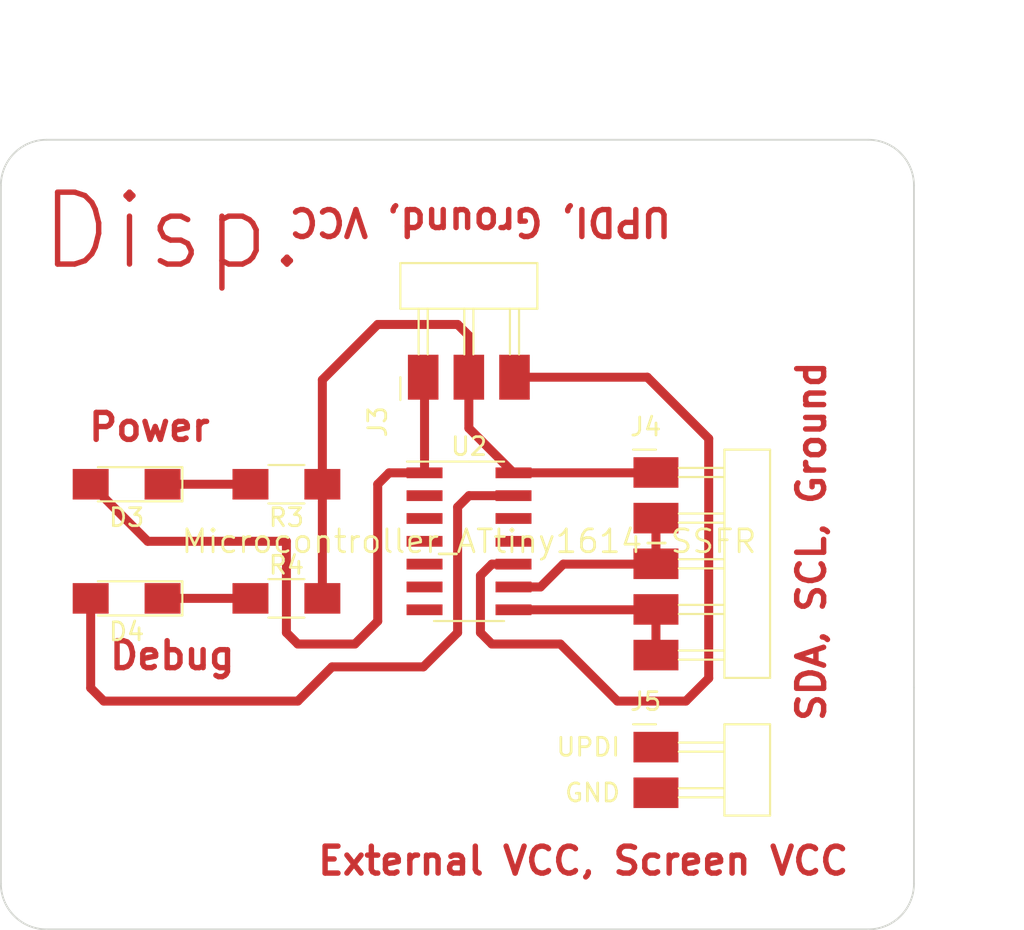
<source format=kicad_pcb>
(kicad_pcb (version 20211014) (generator pcbnew)
  (layers (0 "F.Cu" signal) (31 "B.Cu" signal) (34 "B.Paste" user) (35 "F.Paste" user) (36 "B.SilkS" user "B.Silkscreen") (37 "F.SilkS" user "F.Silkscreen") (38 "B.Mask" user) (39 "F.Mask" user) (44 "Edge.Cuts" user))
  (net 0 "")
  (net 1 "Net-(D3-Pad2)")
  (net 2 "Net-(D3-Pad1)")
  (net 3 "Net-(D4-Pad2)")
  (net 4 "Net-(D4-Pad1)")
  (net 5 "Net-(J3-Pad2)")
  (net 6 "Net-(J3-Pad3)")
  (net 15 "Net-(J4-Pad2)")
  (net 16 "Net-(J4-Pad4)")
  (footprint "fab:R_1206" (layer "F.Cu") (at 125.73 100.965 180)
    (fp_text reference "R3" (at 0 -1.85) (layer "F.SilkS"))
    (fp_text value "R")
    (fp_line (start 1 1.07) (end -1 1.07) (layer "F.SilkS") (width 0.12))
    (fp_line (start -1 -1.07) (end 1 -1.07) (layer "F.SilkS") (width 0.12))
    (pad "1" smd rect locked (at -2 0 180) (size 2 1.7) (layers "F.Cu" "F.Paste" "F.Mask") (net 5 "Net-(J3-Pad2)"))
    (pad "2" smd rect locked (at 2 0 180) (size 2 1.7) (layers "F.Cu" "F.Paste" "F.Mask") (net 2 "Net-(D3-Pad1)"))
  )
  (footprint "fab:PinHeader_1x05_P2.54mm_Horizontal_SMD" (layer "F.Cu") (at 146.29 100.31)
    (fp_text reference "J4" (at -1.524 -2.54 180) (layer "F.SilkS") (effects (justify left)))
    (fp_text value "Conn_PinHeader_1x05_P2.54mm_Horizontal_SMD")
    (fp_line (start 3.81 7.366) (end 1.27 7.366) (layer "F.SilkS") (width 0.12))
    (fp_line (start 3.81 9.906) (end 1.27 9.906) (layer "F.SilkS") (width 0.12))
    (fp_line (start 3.81 0.254) (end 1.27 0.254) (layer "F.SilkS") (width 0.12))
    (fp_line (start 3.81 10.414) (end 1.27 10.414) (layer "F.SilkS") (width 0.12))
    (fp_line (start 6.35 -1.27) (end 6.35 11.43) (layer "F.SilkS") (width 0.12))
    (fp_line (start 3.81 -1.27) (end 6.35 -1.27) (layer "F.SilkS") (width 0.12))
    (fp_line (start 3.81 4.826) (end 1.27 4.826) (layer "F.SilkS") (width 0.12))
    (fp_line (start 3.81 -0.254) (end 1.27 -0.254) (layer "F.SilkS") (width 0.12))
    (fp_line (start 3.81 7.874) (end 1.27 7.874) (layer "F.SilkS") (width 0.12))
    (fp_line (start -1.27 -1.27) (end 0 -1.27) (layer "F.SilkS") (width 0.12))
    (fp_line (start 6.35 11.43) (end 3.81 11.43) (layer "F.SilkS") (width 0.12))
    (fp_line (start 3.81 5.334) (end 1.27 5.334) (layer "F.SilkS") (width 0.12))
    (fp_line (start 3.81 2.794) (end 1.27 2.794) (layer "F.SilkS") (width 0.12))
    (fp_line (start 3.81 2.286) (end 1.27 2.286) (layer "F.SilkS") (width 0.12))
    (fp_line (start 3.81 11.43) (end 3.81 -1.27) (layer "F.SilkS") (width 0.12))
    (pad "1" smd rect locked (at 0 0) (size 2.5 1.7) (layers "F.Cu" "F.Paste" "F.Mask") (net 5 "Net-(J3-Pad2)"))
    (pad "2" smd rect locked (at 0 2.54) (size 2.5 1.7) (layers "F.Cu" "F.Paste" "F.Mask") (net 15 "Net-(J4-Pad2)"))
    (pad "3" smd rect locked (at 0 5.08) (size 2.5 1.7) (layers "F.Cu" "F.Paste" "F.Mask") (net 15 "Net-(J4-Pad2)"))
    (pad "4" smd rect locked (at 0 7.62) (size 2.5 1.7) (layers "F.Cu" "F.Paste" "F.Mask") (net 16 "Net-(J4-Pad4)"))
    (pad "5" smd rect locked (at 0 10.16) (size 2.5 1.7) (layers "F.Cu" "F.Paste" "F.Mask") (net 16 "Net-(J4-Pad4)"))
  )
  (footprint "fab:R_1206" (layer "F.Cu") (at 125.73 107.315)
    (fp_text reference "R4" (at 0 -1.85) (layer "F.SilkS"))
    (fp_text value "R")
    (fp_line (start -1 -1.07) (end 1 -1.07) (layer "F.SilkS") (width 0.12))
    (fp_line (start 1 1.07) (end -1 1.07) (layer "F.SilkS") (width 0.12))
    (pad "1" smd rect locked (at -2 0) (size 2 1.7) (layers "F.Cu" "F.Paste" "F.Mask") (net 4 "Net-(D4-Pad1)"))
    (pad "2" smd rect locked (at 2 0) (size 2 1.7) (layers "F.Cu" "F.Paste" "F.Mask") (net 5 "Net-(J3-Pad2)"))
  )
  (footprint "fab:LED_1206" (layer "F.Cu") (at 116.84 100.965 180)
    (fp_text reference "D3" (at 0 -1.85) (layer "F.SilkS"))
    (fp_text value "LED")
    (fp_line (start -3.1 0.95) (end 1.6 0.95) (layer "F.SilkS") (width 0.12))
    (fp_line (start -3.1 -0.95) (end -3.1 0.95) (layer "F.SilkS") (width 0.12))
    (fp_line (start -3.1 -0.95) (end 1.6 -0.95) (layer "F.SilkS") (width 0.12))
    (pad "1" smd rect locked (at -2 0 180) (size 2 1.7) (layers "F.Cu" "F.Paste" "F.Mask") (net 2 "Net-(D3-Pad1)"))
    (pad "2" smd rect locked (at 2 0 180) (size 2 1.7) (layers "F.Cu" "F.Paste" "F.Mask") (net 1 "Net-(D3-Pad2)"))
  )
  (footprint "fab:LED_1206" (layer "F.Cu") (at 116.84 107.315 180)
    (fp_text reference "D4" (at 0 -1.85) (layer "F.SilkS"))
    (fp_text value "LED")
    (fp_line (start -3.1 0.95) (end 1.6 0.95) (layer "F.SilkS") (width 0.12))
    (fp_line (start -3.1 -0.95) (end 1.6 -0.95) (layer "F.SilkS") (width 0.12))
    (fp_line (start -3.1 -0.95) (end -3.1 0.95) (layer "F.SilkS") (width 0.12))
    (pad "1" smd rect locked (at -2 0 180) (size 2 1.7) (layers "F.Cu" "F.Paste" "F.Mask") (net 4 "Net-(D4-Pad1)"))
    (pad "2" smd rect locked (at 2 0 180) (size 2 1.7) (layers "F.Cu" "F.Paste" "F.Mask") (net 3 "Net-(D4-Pad2)"))
  )
  (footprint "fab:PinHeader_1x03_P2.54mm_Horizontal_SMD" (layer "F.Cu") (at 133.34 95.01 90)
    (fp_text reference "J3" (at -1.524 -2.54 90) (layer "F.SilkS") (effects (justify right)))
    (fp_text value "Conn_PinHeader_1x03_P2.54mm_Horizontal_SMD")
    (fp_line (start 3.81 6.35) (end 3.81 -1.27) (layer "F.SilkS") (width 0.12))
    (fp_line (start -1.27 -1.27) (end 0 -1.27) (layer "F.SilkS") (width 0.12))
    (fp_line (start 3.81 0.254) (end 1.27 0.254) (layer "F.SilkS") (width 0.12))
    (fp_line (start 3.81 4.826) (end 1.27 4.826) (layer "F.SilkS") (width 0.12))
    (fp_line (start 3.81 -0.254) (end 1.27 -0.254) (layer "F.SilkS") (width 0.12))
    (fp_line (start 3.81 2.286) (end 1.27 2.286) (layer "F.SilkS") (width 0.12))
    (fp_line (start 6.35 6.35) (end 3.81 6.35) (layer "F.SilkS") (width 0.12))
    (fp_line (start 6.35 -1.27) (end 6.35 6.35) (layer "F.SilkS") (width 0.12))
    (fp_line (start 3.81 -1.27) (end 6.35 -1.27) (layer "F.SilkS") (width 0.12))
    (fp_line (start 3.81 5.334) (end 1.27 5.334) (layer "F.SilkS") (width 0.12))
    (fp_line (start 3.81 2.794) (end 1.27 2.794) (layer "F.SilkS") (width 0.12))
    (pad "1" smd rect locked (at 0 0 90) (size 2.5 1.7) (layers "F.Cu" "F.Paste" "F.Mask") (net 1 "Net-(D3-Pad2)"))
    (pad "2" smd rect locked (at 0 2.54 90) (size 2.5 1.7) (layers "F.Cu" "F.Paste" "F.Mask") (net 5 "Net-(J3-Pad2)"))
    (pad "3" smd rect locked (at 0 5.08 90) (size 2.5 1.7) (layers "F.Cu" "F.Paste" "F.Mask") (net 6 "Net-(J3-Pad3)"))
  )
  (footprint "fab:SOIC-14_3.9x8.7mm_P1.27mm" (layer "F.Cu") (at 135.89 104.14)
    (fp_text reference "U2" (at 0 -5.28) (layer "F.SilkS"))
    (fp_text value "Microcontroller_ATtiny1614-SSFR" (at 0 0) (layer "F.SilkS") (effects (font (size 1.27 1.27))))
    (fp_line (start 0 4.435) (end -1.95 4.435) (layer "F.SilkS") (width 0.12))
    (fp_line (start 0 -4.435) (end 1.95 -4.435) (layer "F.SilkS") (width 0.12))
    (fp_line (start 0 4.435) (end 1.95 4.435) (layer "F.SilkS") (width 0.12))
    (fp_line (start 0 -4.435) (end -3.45 -4.435) (layer "F.SilkS") (width 0.12))
    (pad "1" smd rect (at -2.475 -3.81) (size 2 0.6) (layers "F.Cu" "F.Paste" "F.Mask") (net 1 "Net-(D3-Pad2)"))
    (pad "2" smd rect (at -2.475 -2.54) (size 2 0.6) (layers "F.Cu" "F.Paste" "F.Mask"))
    (pad "3" smd rect (at -2.475 -1.27) (size 2 0.6) (layers "F.Cu" "F.Paste" "F.Mask"))
    (pad "4" smd rect (at -2.475 0) (size 2 0.6) (layers "F.Cu" "F.Paste" "F.Mask"))
    (pad "5" smd rect (at -2.475 1.27) (size 2 0.6) (layers "F.Cu" "F.Paste" "F.Mask"))
    (pad "6" smd rect (at -2.475 2.54) (size 2 0.6) (layers "F.Cu" "F.Paste" "F.Mask"))
    (pad "7" smd rect (at -2.475 3.81) (size 2 0.6) (layers "F.Cu" "F.Paste" "F.Mask"))
    (pad "8" smd rect (at 2.475 3.81) (size 2 0.6) (layers "F.Cu" "F.Paste" "F.Mask") (net 16 "Net-(J4-Pad4)"))
    (pad "9" smd rect (at 2.475 2.54) (size 2 0.6) (layers "F.Cu" "F.Paste" "F.Mask") (net 15 "Net-(J4-Pad2)"))
    (pad "10" smd rect (at 2.475 1.27) (size 2 0.6) (layers "F.Cu" "F.Paste" "F.Mask") (net 6 "Net-(J3-Pad3)"))
    (pad "11" smd rect (at 2.475 0) (size 2 0.6) (layers "F.Cu" "F.Paste" "F.Mask"))
    (pad "12" smd rect (at 2.475 -1.27) (size 2 0.6) (layers "F.Cu" "F.Paste" "F.Mask"))
    (pad "13" smd rect (at 2.475 -2.54) (size 2 0.6) (layers "F.Cu" "F.Paste" "F.Mask") (net 3 "Net-(D4-Pad2)"))
    (pad "14" smd rect (at 2.475 -3.81) (size 2 0.6) (layers "F.Cu" "F.Paste" "F.Mask") (net 5 "Net-(J3-Pad2)"))
  )
  (footprint "fab:PinHeader_UPDI_01x02_P2.54mm_Horizontal_SMD" (layer "F.Cu") (at 146.29 115.59)
    (fp_text reference "J5" (at -1.524 -2.54 180) (layer "F.SilkS") (effects (justify left)))
    (fp_text value "Conn_PinHeader_1x02_P2.54mm_Horizontal_SMD")
    (fp_text user "UPDI" (at -1.905 0) (layer "F.SilkS") (effects (justify right)))
    (fp_text user "GND" (at -1.905 2.54) (layer "F.SilkS") (effects (justify right)))
    (fp_line (start 6.35 3.81) (end 3.81 3.81) (layer "F.SilkS") (width 0.12))
    (fp_line (start 3.81 2.286) (end 1.27 2.286) (layer "F.SilkS") (width 0.12))
    (fp_line (start 3.81 -1.27) (end 6.35 -1.27) (layer "F.SilkS") (width 0.12))
    (fp_line (start 3.81 3.81) (end 3.81 -1.27) (layer "F.SilkS") (width 0.12))
    (fp_line (start -1.27 -1.27) (end 0 -1.27) (layer "F.SilkS") (width 0.12))
    (fp_line (start 3.81 0.254) (end 1.27 0.254) (layer "F.SilkS") (width 0.12))
    (fp_line (start 3.81 2.794) (end 1.27 2.794) (layer "F.SilkS") (width 0.12))
    (fp_line (start 6.35 -1.27) (end 6.35 3.81) (layer "F.SilkS") (width 0.12))
    (fp_line (start 3.81 -0.254) (end 1.27 -0.254) (layer "F.SilkS") (width 0.12))
    (pad "1" smd rect locked (at 0 0) (size 2.5 1.7) (layers "F.Cu" "F.Paste" "F.Mask"))
    (pad "2" smd rect locked (at 0 2.54) (size 2.5 1.7) (layers "F.Cu" "F.Paste" "F.Mask"))
  )
  (gr_line (start 109.845 123.19) (end 109.845 84.34) (layer "Edge.Cuts") (width 0.1))
  (gr_arc (start 160.645 123.19) (mid 159.901051 124.986051) (end 158.105 125.73) (layer "Edge.Cuts") (width 0.1))
  (gr_arc (start 109.845 84.34) (mid 110.588949 82.543949) (end 112.385 81.8) (layer "Edge.Cuts") (width 0.1))
  (gr_line (start 160.645 112.28) (end 160.645 123.19) (layer "Edge.Cuts") (width 0.1))
  (gr_line (start 112.385 81.8) (end 158.105 81.8) (layer "Edge.Cuts") (width 0.1))
  (gr_arc (start 112.385 125.73) (mid 110.588949 124.986051) (end 109.845 123.19) (layer "Edge.Cuts") (width 0.1))
  (gr_arc (start 158.105 81.8) (mid 159.901051 82.543949) (end 160.645 84.34) (layer "Edge.Cuts") (width 0.1))
  (gr_line (start 158.105 125.73) (end 112.385 125.73) (layer "Edge.Cuts") (width 0.1))
  (gr_line (start 160.645 84.34) (end 160.645 112.28) (layer "Edge.Cuts") (width 0.1))
  (gr_text "Power" (at 118.11 97.79) (layer "F.Cu") (effects (font (size 1.5 1.5) (thickness 0.3))))
  (gr_text "UPDI, Ground, VCC" (at 136.525 86.36 180) (layer "F.Cu") (effects (font (size 1.5 1.5) (thickness 0.3))))
  (gr_text "External VCC, Screen VCC" (at 142.24 121.92) (layer "F.Cu") (effects (font (size 1.5 1.5) (thickness 0.3))))
  (gr_text "Disp." (at 119.38 86.88) (layer "F.Cu") (effects (font (size 4 4) (thickness 0.3))))
  (gr_text "Debug" (at 119.38 110.49) (layer "F.Cu") (effects (font (size 1.5 1.5) (thickness 0.3))))
  (gr_text "SDA, SCL, Ground" (at 154.94 104.14 90) (layer "F.Cu") (effects (font (size 1.5 1.5) (thickness 0.3))))
  (segment (start 130.81 108.585) (end 130.81 100.965) (width 0.5) (layer "F.Cu") (net 1))
  (segment (start 114.84 100.965) (end 118.015 104.14) (width 0.5) (layer "F.Cu") (net 1))
  (segment (start 125.73 109.22) (end 126.365 109.855) (width 0.5) (layer "F.Cu") (net 1))
  (segment (start 125.73 104.14) (end 125.73 109.22) (width 0.5) (layer "F.Cu") (net 1))
  (segment (start 133.415 95.085) (end 133.34 95.01) (width 0.5) (layer "F.Cu") (net 1))
  (segment (start 126.365 109.855) (end 129.54 109.855) (width 0.5) (layer "F.Cu") (net 1))
  (segment (start 129.54 109.855) (end 130.81 108.585) (width 0.5) (layer "F.Cu") (net 1))
  (segment (start 131.445 100.33) (end 133.415 100.33) (width 0.5) (layer "F.Cu") (net 1))
  (segment (start 133.415 100.33) (end 133.415 95.085) (width 0.5) (layer "F.Cu") (net 1))
  (segment (start 130.81 100.965) (end 131.445 100.33) (width 0.5) (layer "F.Cu") (net 1))
  (segment (start 118.015 104.14) (end 125.73 104.14) (width 0.5) (layer "F.Cu") (net 1))
  (segment (start 118.84 100.965) (end 123.73 100.965) (width 0.5) (layer "F.Cu") (net 2))
  (segment (start 135.89 101.6) (end 138.365 101.6) (width 0.5) (layer "F.Cu") (net 3))
  (segment (start 135.255 102.235) (end 135.89 101.6) (width 0.5) (layer "F.Cu") (net 3))
  (segment (start 115.57 113.03) (end 126.365 113.03) (width 0.5) (layer "F.Cu") (net 3))
  (segment (start 126.365 113.03) (end 128.27 111.125) (width 0.5) (layer "F.Cu") (net 3))
  (segment (start 114.84 112.3) (end 115.57 113.03) (width 0.5) (layer "F.Cu") (net 3))
  (segment (start 133.35 111.125) (end 135.255 109.22) (width 0.5) (layer "F.Cu") (net 3))
  (segment (start 114.84 107.315) (end 114.84 112.3) (width 0.5) (layer "F.Cu") (net 3))
  (segment (start 128.27 111.125) (end 133.35 111.125) (width 0.5) (layer "F.Cu") (net 3))
  (segment (start 135.255 109.22) (end 135.255 102.235) (width 0.5) (layer "F.Cu") (net 3))
  (segment (start 118.84 107.315) (end 123.73 107.315) (width 0.5) (layer "F.Cu") (net 4))
  (segment (start 135.255 92.075) (end 135.89 92.71) (width 0.5) (layer "F.Cu") (net 5))
  (segment (start 127.73 107.315) (end 127.73 100.965) (width 0.5) (layer "F.Cu") (net 5))
  (segment (start 135.88 97.845) (end 138.365 100.33) (width 0.5) (layer "F.Cu") (net 5))
  (segment (start 127.73 95.155) (end 130.81 92.075) (width 0.5) (layer "F.Cu") (net 5))
  (segment (start 135.89 92.71) (end 135.88 92.72) (width 0.5) (layer "F.Cu") (net 5))
  (segment (start 135.88 92.72) (end 135.88 95.01) (width 0.5) (layer "F.Cu") (net 5))
  (segment (start 135.88 95.01) (end 135.88 97.845) (width 0.5) (layer "F.Cu") (net 5))
  (segment (start 130.81 92.075) (end 135.255 92.075) (width 0.5) (layer "F.Cu") (net 5))
  (segment (start 138.365 100.33) (end 146.29 100.33) (width 0.5) (layer "F.Cu") (net 5))
  (segment (start 127.73 100.965) (end 127.73 95.155) (width 0.5) (layer "F.Cu") (net 5))
  (segment (start 137.16 109.855) (end 136.525 109.22) (width 0.5) (layer "F.Cu") (net 6))
  (segment (start 136.525 109.22) (end 136.525 106.045) (width 0.5) (layer "F.Cu") (net 6))
  (segment (start 144.145 113.03) (end 140.97 109.855) (width 0.5) (layer "F.Cu") (net 6))
  (segment (start 147.955 113.03) (end 144.145 113.03) (width 0.5) (layer "F.Cu") (net 6))
  (segment (start 136.525 106.045) (end 137.16 105.41) (width 0.5) (layer "F.Cu") (net 6))
  (segment (start 138.42 95.01) (end 145.81 95.01) (width 0.5) (layer "F.Cu") (net 6))
  (segment (start 137.16 105.41) (end 138.365 105.41) (width 0.5) (layer "F.Cu") (net 6))
  (segment (start 149.225 111.76) (end 147.955 113.03) (width 0.5) (layer "F.Cu") (net 6))
  (segment (start 145.81 95.01) (end 149.225 98.425) (width 0.5) (layer "F.Cu") (net 6))
  (segment (start 149.225 98.425) (end 149.225 111.76) (width 0.5) (layer "F.Cu") (net 6))
  (segment (start 140.97 109.855) (end 137.16 109.855) (width 0.5) (layer "F.Cu") (net 6))
  (segment (start 141.135 105.41) (end 146.29 105.41) (width 0.5) (layer "F.Cu") (net 15))
  (segment (start 146.29 102.87) (end 146.29 105.41) (width 0.5) (layer "F.Cu") (net 15))
  (segment (start 139.865 106.68) (end 141.135 105.41) (width 0.5) (layer "F.Cu") (net 15))
  (segment (start 138.365 106.68) (end 139.865 106.68) (width 0.5) (layer "F.Cu") (net 15))
  (segment (start 146.29 107.95) (end 138.365 107.95) (width 0.5) (layer "F.Cu") (net 16))
  (segment (start 146.29 107.95) (end 146.29 110.49) (width 0.5) (layer "F.Cu") (net 16))
)
</source>
